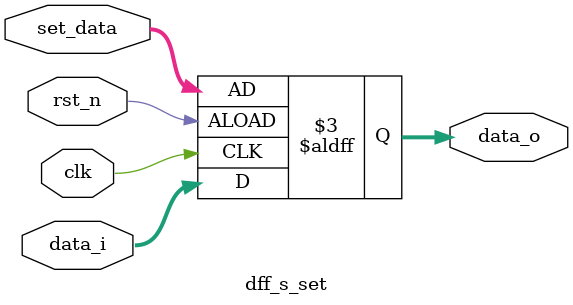
<source format=v>
module dff_s_set #(
	parameter DW  =  32
)
(

	input clk,
	input rst_n,
	input wire [DW-1:0] set_data,
	input wire [DW-1:0] data_i,
	output reg [DW-1:0] data_o
);

	always@(posedge clk or negedge rst_n) begin
		if(!rst_n)
			data_o <= set_data;
		else
			data_o <= data_i;
	end 
	
	
endmodule
	
</source>
